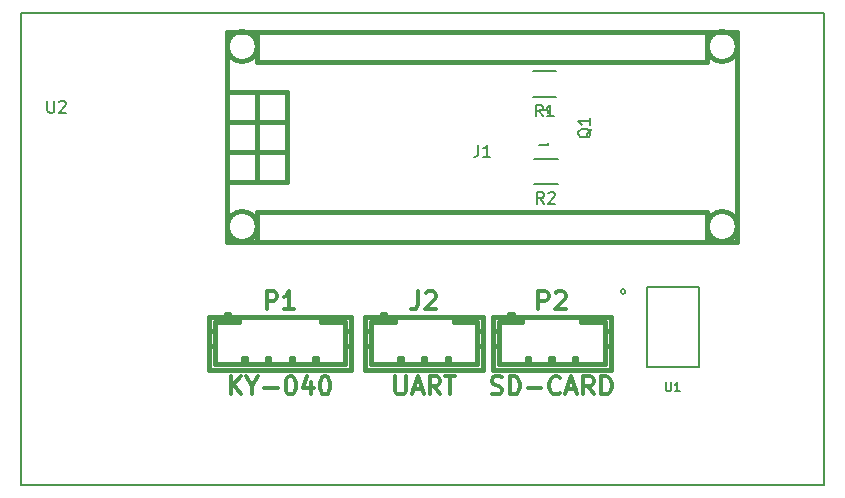
<source format=gto>
G04 #@! TF.FileFunction,Legend,Top*
%FSLAX46Y46*%
G04 Gerber Fmt 4.6, Leading zero omitted, Abs format (unit mm)*
G04 Created by KiCad (PCBNEW 0.201602201416+6573~42~ubuntu14.04.1-product) date Di 01 Mär 2016 17:47:30 CET*
%MOMM*%
G01*
G04 APERTURE LIST*
%ADD10C,0.100000*%
%ADD11C,0.381000*%
%ADD12C,0.150000*%
%ADD13C,0.203200*%
%ADD14C,0.304800*%
%ADD15C,0.152400*%
G04 APERTURE END LIST*
D10*
D11*
X159899060Y-90120860D02*
X159899060Y-90621240D01*
X159700940Y-90120860D02*
X159899060Y-90120860D01*
X159700940Y-90621240D02*
X159700940Y-90120860D01*
X154798740Y-91119080D02*
X164801260Y-91119080D01*
X164300880Y-90621240D02*
X155299120Y-90621240D01*
X154798740Y-86620740D02*
X164801260Y-86620740D01*
X157897540Y-90120860D02*
X157897540Y-90621240D01*
X157699420Y-90120860D02*
X157897540Y-90120860D01*
X157699420Y-90621240D02*
X157699420Y-90120860D01*
X161699920Y-90621240D02*
X161699920Y-90120860D01*
X161699920Y-90120860D02*
X161898040Y-90120860D01*
X161898040Y-90120860D02*
X161898040Y-90621240D01*
X164801260Y-87819620D02*
X164300880Y-87819620D01*
X164300880Y-89120100D02*
X164801260Y-89120100D01*
X155299120Y-89120100D02*
X154798740Y-89120100D01*
X155299120Y-87819620D02*
X154798740Y-87819620D01*
X157298100Y-86620740D02*
X157298100Y-87121120D01*
X157298100Y-87121120D02*
X155299120Y-87121120D01*
X155299120Y-87121120D02*
X155299120Y-90621240D01*
X164300880Y-90621240D02*
X164300880Y-87121120D01*
X164300880Y-87121120D02*
X162301900Y-87121120D01*
X162301900Y-87121120D02*
X162301900Y-86620740D01*
X154798740Y-86620740D02*
X154798740Y-91119080D01*
X164801260Y-86620740D02*
X164801260Y-91119080D01*
X156498000Y-86620740D02*
X156498000Y-86420080D01*
X156498000Y-86420080D02*
X156198280Y-86420080D01*
X156198280Y-86420080D02*
X156198280Y-86620740D01*
D12*
X114871500Y-100901500D02*
X182871500Y-100901500D01*
X182871500Y-100901500D02*
X182871500Y-60901500D01*
X182871500Y-60901500D02*
X114871500Y-60901500D01*
X114871500Y-60901500D02*
X114871500Y-100901500D01*
D11*
X142799480Y-86620740D02*
X130800520Y-86620740D01*
X131300900Y-90621240D02*
X142299100Y-90621240D01*
X142799480Y-91119080D02*
X130800520Y-91119080D01*
X139896260Y-90120860D02*
X139896260Y-90621240D01*
X139698140Y-90120860D02*
X139896260Y-90120860D01*
X139698140Y-90621240D02*
X139698140Y-90120860D01*
X135898300Y-90120860D02*
X135898300Y-90621240D01*
X135700180Y-90120860D02*
X135898300Y-90120860D01*
X135700180Y-90621240D02*
X135700180Y-90120860D01*
X133896780Y-90120860D02*
X133896780Y-90621240D01*
X133698660Y-90120860D02*
X133896780Y-90120860D01*
X133698660Y-90621240D02*
X133698660Y-90120860D01*
X137699160Y-90621240D02*
X137699160Y-90120860D01*
X137699160Y-90120860D02*
X137897280Y-90120860D01*
X137897280Y-90120860D02*
X137897280Y-90621240D01*
X142799480Y-87819620D02*
X142299100Y-87819620D01*
X142299100Y-89120100D02*
X142799480Y-89120100D01*
X131298360Y-89120100D02*
X130797980Y-89120100D01*
X131298360Y-87819620D02*
X130797980Y-87819620D01*
X133297340Y-86620740D02*
X133297340Y-87121120D01*
X133297340Y-87121120D02*
X131298360Y-87121120D01*
X131298360Y-87121120D02*
X131298360Y-90621240D01*
X142299100Y-90621240D02*
X142299100Y-87121120D01*
X142299100Y-87121120D02*
X140300120Y-87121120D01*
X140300120Y-87121120D02*
X140300120Y-86620740D01*
X130797980Y-86620740D02*
X130797980Y-91119080D01*
X142799480Y-86620740D02*
X142799480Y-91119080D01*
X132497240Y-86620740D02*
X132497240Y-86420080D01*
X132497240Y-86420080D02*
X132197520Y-86420080D01*
X132197520Y-86420080D02*
X132197520Y-86620740D01*
X137414000Y-70104000D02*
X132334000Y-70104000D01*
X137414000Y-72644000D02*
X132334000Y-72644000D01*
X134874000Y-67564000D02*
X134874000Y-75184000D01*
X132334000Y-67564000D02*
X137414000Y-67564000D01*
X137414000Y-67564000D02*
X137414000Y-75184000D01*
X137414000Y-75184000D02*
X132334000Y-75184000D01*
X175514000Y-62484000D02*
X132334000Y-62484000D01*
X132334000Y-80264000D02*
X175514000Y-80264000D01*
X132334000Y-80264000D02*
X132334000Y-62484000D01*
X175514000Y-80264000D02*
X175514000Y-62484000D01*
X134874000Y-63754000D02*
G75*
G03X134874000Y-63754000I-1270000J0D01*
G01*
X134874000Y-78994000D02*
G75*
G03X134874000Y-78994000I-1270000J0D01*
G01*
X175514000Y-63754000D02*
G75*
G03X175514000Y-63754000I-1270000J0D01*
G01*
X175514000Y-78994000D02*
G75*
G03X175514000Y-78994000I-1270000J0D01*
G01*
X172974000Y-65024000D02*
X134874000Y-65024000D01*
X134874000Y-77724000D02*
X172974000Y-77724000D01*
X172974000Y-80264000D02*
X172974000Y-77724000D01*
X172974000Y-65024000D02*
X172974000Y-62484000D01*
X134874000Y-62484000D02*
X134874000Y-65024000D01*
X134874000Y-80264000D02*
X134874000Y-77724000D01*
X149098300Y-90120860D02*
X149098300Y-90621240D01*
X148900180Y-90120860D02*
X149098300Y-90120860D01*
X148900180Y-90621240D02*
X148900180Y-90120860D01*
X143997980Y-91119080D02*
X154000500Y-91119080D01*
X153500120Y-90621240D02*
X144498360Y-90621240D01*
X143997980Y-86620740D02*
X154000500Y-86620740D01*
X147096780Y-90120860D02*
X147096780Y-90621240D01*
X146898660Y-90120860D02*
X147096780Y-90120860D01*
X146898660Y-90621240D02*
X146898660Y-90120860D01*
X150899160Y-90621240D02*
X150899160Y-90120860D01*
X150899160Y-90120860D02*
X151097280Y-90120860D01*
X151097280Y-90120860D02*
X151097280Y-90621240D01*
X154000500Y-87819620D02*
X153500120Y-87819620D01*
X153500120Y-89120100D02*
X154000500Y-89120100D01*
X144498360Y-89120100D02*
X143997980Y-89120100D01*
X144498360Y-87819620D02*
X143997980Y-87819620D01*
X146497340Y-86620740D02*
X146497340Y-87121120D01*
X146497340Y-87121120D02*
X144498360Y-87121120D01*
X144498360Y-87121120D02*
X144498360Y-90621240D01*
X153500120Y-90621240D02*
X153500120Y-87121120D01*
X153500120Y-87121120D02*
X151501140Y-87121120D01*
X151501140Y-87121120D02*
X151501140Y-86620740D01*
X143997980Y-86620740D02*
X143997980Y-91119080D01*
X154000500Y-86620740D02*
X154000500Y-91119080D01*
X145697240Y-86620740D02*
X145697240Y-86420080D01*
X145697240Y-86420080D02*
X145397520Y-86420080D01*
X145397520Y-86420080D02*
X145397520Y-86620740D01*
D13*
X166053000Y-84503000D02*
G75*
G03X166053000Y-84503000I-200000J0D01*
G01*
X167853000Y-84103000D02*
X167853000Y-90903000D01*
X167853000Y-90903000D02*
X172253000Y-90903000D01*
X172253000Y-90903000D02*
X172253000Y-84103000D01*
X172253000Y-84103000D02*
X167853000Y-84103000D01*
D12*
X158200000Y-65845000D02*
X160200000Y-65845000D01*
X160200000Y-67995000D02*
X158200000Y-67995000D01*
X158300000Y-73245000D02*
X160300000Y-73245000D01*
X160300000Y-75395000D02*
X158300000Y-75395000D01*
X158749200Y-69120180D02*
X159450240Y-69120180D01*
X159450240Y-69120180D02*
X159450240Y-69369100D01*
X159450240Y-71919160D02*
X159450240Y-72119820D01*
X159450240Y-72119820D02*
X158749200Y-72119820D01*
D14*
X158675143Y-86009689D02*
X158675143Y-84485689D01*
X159255715Y-84485689D01*
X159400857Y-84558260D01*
X159473429Y-84630831D01*
X159546000Y-84775974D01*
X159546000Y-84993689D01*
X159473429Y-85138831D01*
X159400857Y-85211403D01*
X159255715Y-85283974D01*
X158675143Y-85283974D01*
X160126572Y-84630831D02*
X160199143Y-84558260D01*
X160344286Y-84485689D01*
X160707143Y-84485689D01*
X160852286Y-84558260D01*
X160924857Y-84630831D01*
X160997429Y-84775974D01*
X160997429Y-84921117D01*
X160924857Y-85138831D01*
X160054000Y-86009689D01*
X160997429Y-86009689D01*
X154720000Y-93138017D02*
X154937714Y-93210589D01*
X155300571Y-93210589D01*
X155445714Y-93138017D01*
X155518285Y-93065446D01*
X155590857Y-92920303D01*
X155590857Y-92775160D01*
X155518285Y-92630017D01*
X155445714Y-92557446D01*
X155300571Y-92484874D01*
X155010285Y-92412303D01*
X154865143Y-92339731D01*
X154792571Y-92267160D01*
X154720000Y-92122017D01*
X154720000Y-91976874D01*
X154792571Y-91831731D01*
X154865143Y-91759160D01*
X155010285Y-91686589D01*
X155373143Y-91686589D01*
X155590857Y-91759160D01*
X156244000Y-93210589D02*
X156244000Y-91686589D01*
X156606857Y-91686589D01*
X156824572Y-91759160D01*
X156969714Y-91904303D01*
X157042286Y-92049446D01*
X157114857Y-92339731D01*
X157114857Y-92557446D01*
X157042286Y-92847731D01*
X156969714Y-92992874D01*
X156824572Y-93138017D01*
X156606857Y-93210589D01*
X156244000Y-93210589D01*
X157768000Y-92630017D02*
X158929143Y-92630017D01*
X160525714Y-93065446D02*
X160453143Y-93138017D01*
X160235429Y-93210589D01*
X160090286Y-93210589D01*
X159872571Y-93138017D01*
X159727429Y-92992874D01*
X159654857Y-92847731D01*
X159582286Y-92557446D01*
X159582286Y-92339731D01*
X159654857Y-92049446D01*
X159727429Y-91904303D01*
X159872571Y-91759160D01*
X160090286Y-91686589D01*
X160235429Y-91686589D01*
X160453143Y-91759160D01*
X160525714Y-91831731D01*
X161106286Y-92775160D02*
X161832000Y-92775160D01*
X160961143Y-93210589D02*
X161469143Y-91686589D01*
X161977143Y-93210589D01*
X163356000Y-93210589D02*
X162848000Y-92484874D01*
X162485143Y-93210589D02*
X162485143Y-91686589D01*
X163065715Y-91686589D01*
X163210857Y-91759160D01*
X163283429Y-91831731D01*
X163356000Y-91976874D01*
X163356000Y-92194589D01*
X163283429Y-92339731D01*
X163210857Y-92412303D01*
X163065715Y-92484874D01*
X162485143Y-92484874D01*
X164009143Y-93210589D02*
X164009143Y-91686589D01*
X164372000Y-91686589D01*
X164589715Y-91759160D01*
X164734857Y-91904303D01*
X164807429Y-92049446D01*
X164880000Y-92339731D01*
X164880000Y-92557446D01*
X164807429Y-92847731D01*
X164734857Y-92992874D01*
X164589715Y-93138017D01*
X164372000Y-93210589D01*
X164009143Y-93210589D01*
D12*
X117109595Y-68353881D02*
X117109595Y-69163405D01*
X117157214Y-69258643D01*
X117204833Y-69306262D01*
X117300071Y-69353881D01*
X117490548Y-69353881D01*
X117585786Y-69306262D01*
X117633405Y-69258643D01*
X117681024Y-69163405D01*
X117681024Y-68353881D01*
X118109595Y-68449119D02*
X118157214Y-68401500D01*
X118252452Y-68353881D01*
X118490548Y-68353881D01*
X118585786Y-68401500D01*
X118633405Y-68449119D01*
X118681024Y-68544357D01*
X118681024Y-68639595D01*
X118633405Y-68782452D01*
X118061976Y-69353881D01*
X118681024Y-69353881D01*
D14*
X135675143Y-86009689D02*
X135675143Y-84485689D01*
X136255715Y-84485689D01*
X136400857Y-84558260D01*
X136473429Y-84630831D01*
X136546000Y-84775974D01*
X136546000Y-84993689D01*
X136473429Y-85138831D01*
X136400857Y-85211403D01*
X136255715Y-85283974D01*
X135675143Y-85283974D01*
X137997429Y-86009689D02*
X137126572Y-86009689D01*
X137562000Y-86009689D02*
X137562000Y-84485689D01*
X137416857Y-84703403D01*
X137271715Y-84848546D01*
X137126572Y-84921117D01*
X132627142Y-93210589D02*
X132627142Y-91686589D01*
X133497999Y-93210589D02*
X132844856Y-92339731D01*
X133497999Y-91686589D02*
X132627142Y-92557446D01*
X134441428Y-92484874D02*
X134441428Y-93210589D01*
X133933428Y-91686589D02*
X134441428Y-92484874D01*
X134949428Y-91686589D01*
X135457428Y-92630017D02*
X136618571Y-92630017D01*
X137634571Y-91686589D02*
X137779714Y-91686589D01*
X137924857Y-91759160D01*
X137997428Y-91831731D01*
X138069999Y-91976874D01*
X138142571Y-92267160D01*
X138142571Y-92630017D01*
X138069999Y-92920303D01*
X137997428Y-93065446D01*
X137924857Y-93138017D01*
X137779714Y-93210589D01*
X137634571Y-93210589D01*
X137489428Y-93138017D01*
X137416857Y-93065446D01*
X137344285Y-92920303D01*
X137271714Y-92630017D01*
X137271714Y-92267160D01*
X137344285Y-91976874D01*
X137416857Y-91831731D01*
X137489428Y-91759160D01*
X137634571Y-91686589D01*
X139448857Y-92194589D02*
X139448857Y-93210589D01*
X139086000Y-91614017D02*
X138723143Y-92702589D01*
X139666571Y-92702589D01*
X140537429Y-91686589D02*
X140682572Y-91686589D01*
X140827715Y-91759160D01*
X140900286Y-91831731D01*
X140972857Y-91976874D01*
X141045429Y-92267160D01*
X141045429Y-92630017D01*
X140972857Y-92920303D01*
X140900286Y-93065446D01*
X140827715Y-93138017D01*
X140682572Y-93210589D01*
X140537429Y-93210589D01*
X140392286Y-93138017D01*
X140319715Y-93065446D01*
X140247143Y-92920303D01*
X140174572Y-92630017D01*
X140174572Y-92267160D01*
X140247143Y-91976874D01*
X140319715Y-91831731D01*
X140392286Y-91759160D01*
X140537429Y-91686589D01*
D13*
X153585333Y-72087619D02*
X153585333Y-72813333D01*
X153536953Y-72958476D01*
X153440191Y-73055238D01*
X153295048Y-73103619D01*
X153198286Y-73103619D01*
X154601333Y-73103619D02*
X154020762Y-73103619D01*
X154311048Y-73103619D02*
X154311048Y-72087619D01*
X154214286Y-72232762D01*
X154117524Y-72329524D01*
X154020762Y-72377905D01*
D14*
X148491240Y-84485689D02*
X148491240Y-85574260D01*
X148418668Y-85791974D01*
X148273525Y-85937117D01*
X148055811Y-86009689D01*
X147910668Y-86009689D01*
X149144383Y-84630831D02*
X149216954Y-84558260D01*
X149362097Y-84485689D01*
X149724954Y-84485689D01*
X149870097Y-84558260D01*
X149942668Y-84630831D01*
X150015240Y-84775974D01*
X150015240Y-84921117D01*
X149942668Y-85138831D01*
X149071811Y-86009689D01*
X150015240Y-86009689D01*
X146568097Y-91686589D02*
X146568097Y-92920303D01*
X146640669Y-93065446D01*
X146713240Y-93138017D01*
X146858383Y-93210589D01*
X147148669Y-93210589D01*
X147293811Y-93138017D01*
X147366383Y-93065446D01*
X147438954Y-92920303D01*
X147438954Y-91686589D01*
X148092097Y-92775160D02*
X148817811Y-92775160D01*
X147946954Y-93210589D02*
X148454954Y-91686589D01*
X148962954Y-93210589D01*
X150341811Y-93210589D02*
X149833811Y-92484874D01*
X149470954Y-93210589D02*
X149470954Y-91686589D01*
X150051526Y-91686589D01*
X150196668Y-91759160D01*
X150269240Y-91831731D01*
X150341811Y-91976874D01*
X150341811Y-92194589D01*
X150269240Y-92339731D01*
X150196668Y-92412303D01*
X150051526Y-92484874D01*
X149470954Y-92484874D01*
X150777240Y-91686589D02*
X151648097Y-91686589D01*
X151212668Y-93210589D02*
X151212668Y-91686589D01*
D15*
X169472429Y-92165714D02*
X169472429Y-92782571D01*
X169508714Y-92855143D01*
X169545000Y-92891429D01*
X169617571Y-92927714D01*
X169762714Y-92927714D01*
X169835286Y-92891429D01*
X169871571Y-92855143D01*
X169907857Y-92782571D01*
X169907857Y-92165714D01*
X170669857Y-92927714D02*
X170234429Y-92927714D01*
X170452143Y-92927714D02*
X170452143Y-92165714D01*
X170379572Y-92274571D01*
X170307000Y-92347143D01*
X170234429Y-92383429D01*
D12*
X159033334Y-69672381D02*
X158700000Y-69196190D01*
X158461905Y-69672381D02*
X158461905Y-68672381D01*
X158842858Y-68672381D01*
X158938096Y-68720000D01*
X158985715Y-68767619D01*
X159033334Y-68862857D01*
X159033334Y-69005714D01*
X158985715Y-69100952D01*
X158938096Y-69148571D01*
X158842858Y-69196190D01*
X158461905Y-69196190D01*
X159985715Y-69672381D02*
X159414286Y-69672381D01*
X159700000Y-69672381D02*
X159700000Y-68672381D01*
X159604762Y-68815238D01*
X159509524Y-68910476D01*
X159414286Y-68958095D01*
X159133334Y-77072381D02*
X158800000Y-76596190D01*
X158561905Y-77072381D02*
X158561905Y-76072381D01*
X158942858Y-76072381D01*
X159038096Y-76120000D01*
X159085715Y-76167619D01*
X159133334Y-76262857D01*
X159133334Y-76405714D01*
X159085715Y-76500952D01*
X159038096Y-76548571D01*
X158942858Y-76596190D01*
X158561905Y-76596190D01*
X159514286Y-76167619D02*
X159561905Y-76120000D01*
X159657143Y-76072381D01*
X159895239Y-76072381D01*
X159990477Y-76120000D01*
X160038096Y-76167619D01*
X160085715Y-76262857D01*
X160085715Y-76358095D01*
X160038096Y-76500952D01*
X159466667Y-77072381D01*
X160085715Y-77072381D01*
X163157619Y-70715238D02*
X163110000Y-70810476D01*
X163014762Y-70905714D01*
X162871905Y-71048571D01*
X162824286Y-71143810D01*
X162824286Y-71239048D01*
X163062381Y-71191429D02*
X163014762Y-71286667D01*
X162919524Y-71381905D01*
X162729048Y-71429524D01*
X162395714Y-71429524D01*
X162205238Y-71381905D01*
X162110000Y-71286667D01*
X162062381Y-71191429D01*
X162062381Y-71000952D01*
X162110000Y-70905714D01*
X162205238Y-70810476D01*
X162395714Y-70762857D01*
X162729048Y-70762857D01*
X162919524Y-70810476D01*
X163014762Y-70905714D01*
X163062381Y-71000952D01*
X163062381Y-71191429D01*
X163062381Y-69810476D02*
X163062381Y-70381905D01*
X163062381Y-70096191D02*
X162062381Y-70096191D01*
X162205238Y-70191429D01*
X162300476Y-70286667D01*
X162348095Y-70381905D01*
M02*

</source>
